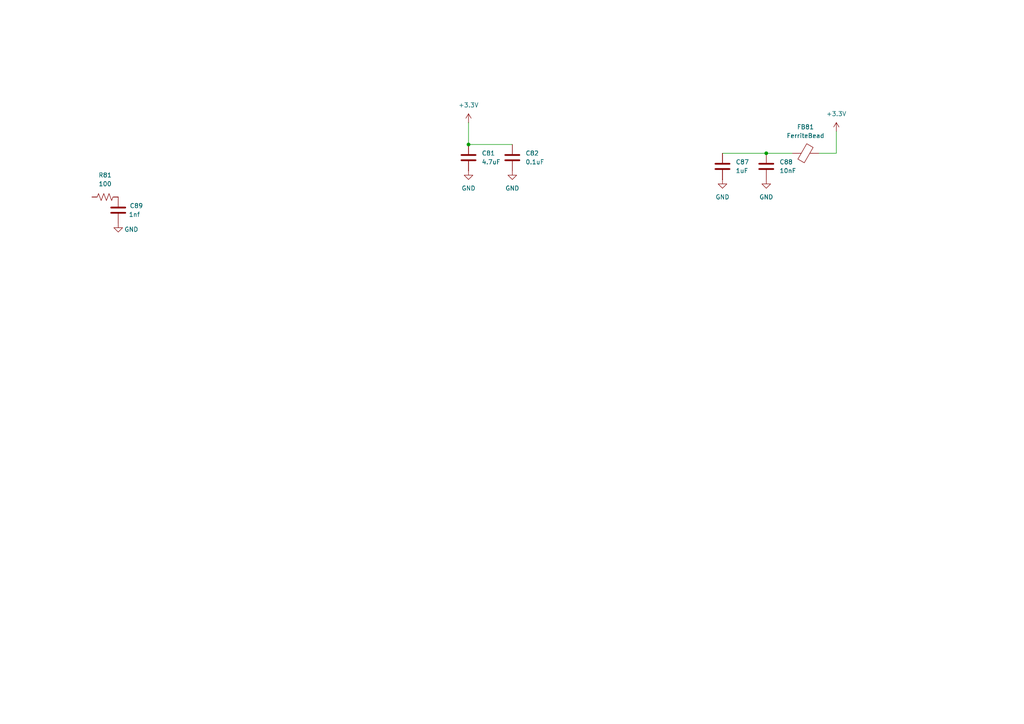
<source format=kicad_sch>
(kicad_sch (version 20250114) (generator "eeschema") (generator_version "9.0")
  (paper "A4")
  (lib_symbols
    (symbol "Device:C" (pin_numbers (hide yes)) (pin_names (offset 0.254))
      (property "Reference" "C" (at 0.635 2.54 0))
      (property "Value" "C" (at 0.635 -2.54 0))
      (symbol "C_0_1"
        (polyline (pts (xy -2.032 0.762) (xy 2.032 0.762)) (stroke (width 0.508)))
        (polyline (pts (xy -2.032 -0.762) (xy 2.032 -0.762)) (stroke (width 0.508)))
      )
      (symbol "C_1_1"
        (pin passive line (at 0 3.81 270) (length 2.794) (name "~") (number "1"))
        (pin passive line (at 0 -3.81 90) (length 2.794) (name "~") (number "2"))
      )
    )
    (symbol "Device:FerriteBead" (pin_numbers (hide yes)) (pin_names (offset 0))
      (property "Reference" "FB" (at -3.81 0.635 90))
      (property "Value" "FerriteBead" (at 3.81 0 90))
      (symbol "FerriteBead_0_1"
        (polyline (pts (xy -2.7686 0.4064) (xy -1.7018 2.2606) (xy 2.7686 -0.3048) (xy 1.6764 -2.159) (xy -2.7686 0.4064)))
        (polyline (pts (xy 0 1.27) (xy 0 1.2954)))
        (polyline (pts (xy 0 -1.27) (xy 0 -1.2192)))
      )
      (symbol "FerriteBead_1_1"
        (pin passive line (at 0 3.81 270) (length 2.54) (name "~") (number "1"))
        (pin passive line (at 0 -3.81 90) (length 2.54) (name "~") (number "2"))
      )
    )
    (symbol "Device:R_US" (pin_numbers (hide yes)) (pin_names (offset 0))
      (property "Reference" "R" (at 2.54 0 90))
      (property "Value" "R_US" (at -2.54 0 90))
      (symbol "R_US_0_1"
        (polyline (pts (xy 0 2.286) (xy 0 2.54)))
        (polyline (pts (xy 0 2.286) (xy 1.016 1.905) (xy 0 1.524) (xy -1.016 1.143) (xy 0 0.762)))
        (polyline (pts (xy 0 0.762) (xy 1.016 0.381) (xy 0 0) (xy -1.016 -0.381) (xy 0 -0.762)))
        (polyline (pts (xy 0 -0.762) (xy 1.016 -1.143) (xy 0 -1.524) (xy -1.016 -1.905) (xy 0 -2.286)))
        (polyline (pts (xy 0 -2.286) (xy 0 -2.54)))
      )
      (symbol "R_US_1_1"
        (pin passive line (at 0 3.81 270) (length 1.27) (name "~") (number "1"))
        (pin passive line (at 0 -3.81 90) (length 1.27) (name "~") (number "2"))
      )
    )
    (symbol "power:+3.3V" (power) (pin_numbers (hide yes)) (pin_names (offset 0) (hide yes))
      (property "Value" "+3.3V" (at 0 3.556 0))
      (symbol "+3.3V_0_1"
        (polyline (pts (xy -0.762 1.27) (xy 0 2.54)))
        (polyline (pts (xy 0 2.54) (xy 0.762 1.27)))
        (polyline (pts (xy 0 0) (xy 0 2.54)))
      )
      (symbol "+3.3V_1_1"
        (pin power_in line (at 0 0 90) (length 0) (name "~") (number "1"))
      )
    )
    (symbol "power:GND" (power) (pin_numbers (hide yes)) (pin_names (offset 0) (hide yes))
      (property "Value" "GND" (at 0 -3.81 0))
      (symbol "GND_0_1"
        (polyline (pts (xy 0 0) (xy 0 -1.27) (xy 1.27 -1.27) (xy 0 -2.54) (xy -1.27 -1.27) (xy 0 -1.27)))
      )
      (symbol "GND_1_1"
        (pin power_in line (at 0 0 270) (length 0) (name "~") (number "1"))
      )
    )
  )
  (junction (at 222.25 44.45))
  (junction (at 135.89 41.91))
  (wire (pts (xy 135.89 41.91) (xy 148.59 41.91)))
  (wire (pts (xy 242.57 38.1) (xy 242.57 44.45)))
  (wire (pts (xy 209.55 44.45) (xy 222.25 44.45)))
  (wire (pts (xy 237.49 44.45) (xy 242.57 44.45)))
  (wire (pts (xy 222.25 44.45) (xy 229.87 44.45)))
  (wire (pts (xy 135.89 35.56) (xy 135.89 41.91)))
  (symbol (lib_id "power:GND") (at 148.59 49.53 0) (unit 1)
    (property "Reference" "#PWR0127" (effects (hide yes)))
    (property "Value" "GND" (at 148.59 54.61 0))
    (property "Description" "Power symbol creates a global label with name \"GND\" , ground" (effects (hide yes)))
  )
  (symbol (lib_id "power:GND") (at 34.29 64.77 0) (unit 1)
    (property "Reference" "#PWR0132" (effects (hide yes)))
    (property "Value" "GND" (at 38.1 66.548 0))
    (property "Description" "Power symbol creates a global label with name \"GND\" , ground" (effects (hide yes)))
  )
  (symbol (lib_id "Device:C") (at 222.25 48.26 0) (unit 1)
    (property "Reference" "C88" (at 226.06 46.9899 0) (effects (justify left)))
    (property "Value" "10nF" (at 226.06 49.5299 0) (effects (justify left)))
    (property "Footprint" "Capacitor_SMD:C_0402_1005Metric" (effects (hide yes)))
    (property "Description" "Unpolarized capacitor" (effects (hide yes)))
  )
  (symbol (lib_id "power:+3.3V") (at 135.89 35.56 0) (unit 1)
    (property "Reference" "#PWR0133" (effects (hide yes)))
    (property "Value" "+3.3V" (at 135.89 30.48 0))
    (property "Description" "Power symbol creates a global label with name \"+3.3V\"" (effects (hide yes)))
  )
  (symbol (lib_id "Device:FerriteBead") (at 233.68 44.45 90) (unit 1)
    (property "Reference" "FB81" (at 233.6292 36.83 90))
    (property "Value" "FerriteBead" (at 233.6292 39.37 90))
    (property "Footprint" "Inductor_SMD:L_0805_2012Metric" (effects (hide yes)))
    (property "Description" "Ferrite bead" (effects (hide yes)))
  )
  (symbol (lib_id "power:GND") (at 135.89 49.53 0) (unit 1)
    (property "Reference" "#PWR0126" (effects (hide yes)))
    (property "Value" "GND" (at 135.89 54.61 0))
    (property "Description" "Power symbol creates a global label with name \"GND\" , ground" (effects (hide yes)))
  )
  (symbol (lib_id "Device:C") (at 148.59 45.72 0) (unit 1)
    (property "Reference" "C82" (at 152.4 44.4499 0) (effects (justify left)))
    (property "Value" "0.1uF" (at 152.4 46.9899 0) (effects (justify left)))
    (property "Footprint" "Capacitor_SMD:C_0402_1005Metric" (effects (hide yes)))
    (property "Description" "Unpolarized capacitor" (effects (hide yes)))
  )
  (symbol (lib_id "power:GND") (at 209.55 52.07 0) (unit 1)
    (property "Reference" "#PWR0136" (effects (hide yes)))
    (property "Value" "GND" (at 209.55 57.15 0))
    (property "Description" "Power symbol creates a global label with name \"GND\" , ground" (effects (hide yes)))
  )
  (symbol (lib_id "Device:R_US") (at 30.48 57.15 90) (unit 1)
    (property "Reference" "R81" (at 30.48 50.8 90))
    (property "Value" "100" (at 30.48 53.34 90))
    (property "Footprint" "Resistor_SMD:R_0402_1005Metric" (effects (hide yes)))
    (property "Description" "Resistor, US symbol" (effects (hide yes)))
  )
  (symbol (lib_id "power:GND") (at 222.25 52.07 0) (unit 1)
    (property "Reference" "#PWR0138" (effects (hide yes)))
    (property "Value" "GND" (at 222.25 57.15 0))
    (property "Description" "Power symbol creates a global label with name \"GND\" , ground" (effects (hide yes)))
  )
  (symbol (lib_id "Device:C") (at 135.89 45.72 0) (unit 1)
    (property "Reference" "C81" (at 139.7 44.4499 0) (effects (justify left)))
    (property "Value" "4.7uF" (at 139.7 46.9899 0) (effects (justify left)))
    (property "Footprint" "Capacitor_SMD:C_0805_2012Metric" (effects (hide yes)))
    (property "Description" "Unpolarized capacitor" (effects (hide yes)))
  )
  (symbol (lib_id "Device:C") (at 209.55 48.26 0) (unit 1)
    (property "Reference" "C87" (at 213.36 46.9899 0) (effects (justify left)))
    (property "Value" "1uF" (at 213.36 49.5299 0) (effects (justify left)))
    (property "Footprint" "Capacitor_SMD:C_0402_1005Metric" (effects (hide yes)))
    (property "Description" "Unpolarized capacitor" (effects (hide yes)))
  )
  (symbol (lib_id "power:+3.3V") (at 242.57 38.1 0) (unit 1)
    (property "Reference" "#PWR0137" (effects (hide yes)))
    (property "Value" "+3.3V" (at 242.57 33.02 0))
    (property "Description" "Power symbol creates a global label with name \"+3.3V\"" (effects (hide yes)))
  )
  (symbol (lib_id "Device:C") (at 34.29 60.96 0) (unit 1)
    (property "Reference" "C89" (at 37.592 59.69 0) (effects (justify left)))
    (property "Value" "1nf" (at 37.338 62.23 0) (effects (justify left)))
    (property "Footprint" "Capacitor_SMD:C_0402_1005Metric" (effects (hide yes)))
    (property "Description" "Unpolarized capacitor" (effects (hide yes)))
  )
)
</source>
